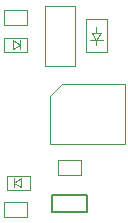
<source format=gbr>
%TF.GenerationSoftware,KiCad,Pcbnew,4.0.7-e2-6376~58~ubuntu16.04.1*%
%TF.CreationDate,2018-01-20T15:27:38+01:00*%
%TF.ProjectId,RelayModule,52656C61794D6F64756C652E6B696361,rev?*%
%TF.FileFunction,Other,Fab,Top*%
%FSLAX46Y46*%
G04 Gerber Fmt 4.6, Leading zero omitted, Abs format (unit mm)*
G04 Created by KiCad (PCBNEW 4.0.7-e2-6376~58~ubuntu16.04.1) date Sat Jan 20 15:27:38 2018*
%MOMM*%
%LPD*%
G01*
G04 APERTURE LIST*
%ADD10C,0.100000*%
%ADD11C,0.150000*%
G04 APERTURE END LIST*
D10*
X4083000Y-5099000D02*
X4083000Y-4299000D01*
X4083000Y-4699000D02*
X3483000Y-5099000D01*
X3483000Y-4299000D02*
X4083000Y-4699000D01*
X3483000Y-5099000D02*
X3483000Y-4299000D01*
X2683000Y-4099000D02*
X4683000Y-4099000D01*
X2683000Y-5299000D02*
X2683000Y-4099000D01*
X4683000Y-5299000D02*
X2683000Y-5299000D01*
X4683000Y-4099000D02*
X4683000Y-5299000D01*
X3537000Y-15983000D02*
X3537000Y-16783000D01*
X3537000Y-16383000D02*
X4137000Y-15983000D01*
X4137000Y-16783000D02*
X3537000Y-16383000D01*
X4137000Y-15983000D02*
X4137000Y-16783000D01*
X4937000Y-16983000D02*
X2937000Y-16983000D01*
X4937000Y-15783000D02*
X4937000Y-16983000D01*
X2937000Y-15783000D02*
X4937000Y-15783000D01*
X2937000Y-16983000D02*
X2937000Y-15783000D01*
X10541000Y-3687000D02*
X10541000Y-3187000D01*
X10941000Y-3687000D02*
X10541000Y-4287000D01*
X10141000Y-3687000D02*
X10941000Y-3687000D01*
X10541000Y-4287000D02*
X10141000Y-3687000D01*
X10541000Y-4287000D02*
X11091000Y-4287000D01*
X10541000Y-4287000D02*
X9991000Y-4287000D01*
X10541000Y-4687000D02*
X10541000Y-4287000D01*
X11441000Y-5337000D02*
X9641000Y-5337000D01*
X11441000Y-2537000D02*
X11441000Y-5337000D01*
X9641000Y-2537000D02*
X11441000Y-2537000D01*
X9641000Y-5337000D02*
X9641000Y-2537000D01*
X6223000Y-1397000D02*
X6223000Y-6477000D01*
X6223000Y-6477000D02*
X8763000Y-6477000D01*
X8763000Y-6477000D02*
X8763000Y-1397000D01*
X8763000Y-1397000D02*
X6223000Y-1397000D01*
D11*
X9775000Y-18861000D02*
X6735000Y-18861000D01*
X6735000Y-17461000D02*
X6735000Y-18861000D01*
X9775000Y-17461000D02*
X9775000Y-18861000D01*
X9775000Y-17461000D02*
X6735000Y-17461000D01*
D10*
X4683000Y-1788000D02*
X4683000Y-3038000D01*
X2683000Y-1788000D02*
X4683000Y-1788000D01*
X2683000Y-3038000D02*
X2683000Y-1788000D01*
X4683000Y-3038000D02*
X2683000Y-3038000D01*
X4683000Y-18044000D02*
X4683000Y-19294000D01*
X2683000Y-18044000D02*
X4683000Y-18044000D01*
X2683000Y-19294000D02*
X2683000Y-18044000D01*
X4683000Y-19294000D02*
X2683000Y-19294000D01*
X7255000Y-15738000D02*
X7255000Y-14488000D01*
X9255000Y-15738000D02*
X7255000Y-15738000D01*
X9255000Y-14488000D02*
X9255000Y-15738000D01*
X7255000Y-14488000D02*
X9255000Y-14488000D01*
X7604000Y-8001000D02*
X12954000Y-8001000D01*
X12954000Y-8001000D02*
X12954000Y-13081000D01*
X12954000Y-13081000D02*
X6604000Y-13081000D01*
X6604000Y-13081000D02*
X6604000Y-9001000D01*
X6604000Y-9001000D02*
X7604000Y-8001000D01*
M02*

</source>
